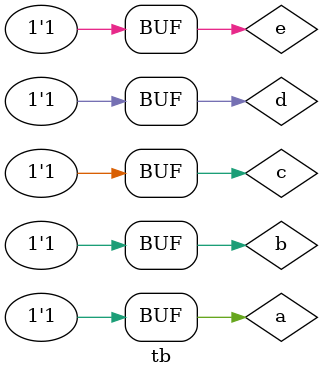
<source format=sv>
module tb;
    reg a, b, c, d, e;
    wire y;
    comb_func2 dut(a, b, c, d, e, y);
    initial begin
        a = 1'b0; b = 1'b0; c = 1'b0; d = 1'b0; e = 1'b0; #10;
        a = 1'b1; b = 1'b0; c = 1'b0; d = 1'b0; e = 1'b0; #10;
        a = 1'b0; b = 1'b1; c = 1'b0; d = 1'b0; e = 1'b0; #10;
        a = 1'b0; b = 1'b0; c = 1'b1; d = 1'b0; e = 1'b0; #10;
        a = 1'b0; b = 1'b0; c = 1'b0; d = 1'b1; e = 1'b0; #10;
        a = 1'b0; b = 1'b0; c = 1'b0; d = 1'b0; e = 1'b1; #10;
        a = 1'b1; b = 1'b1; c = 1'b1; d = 1'b1; e = 1'b1; #10;
    end
endmodule

</source>
